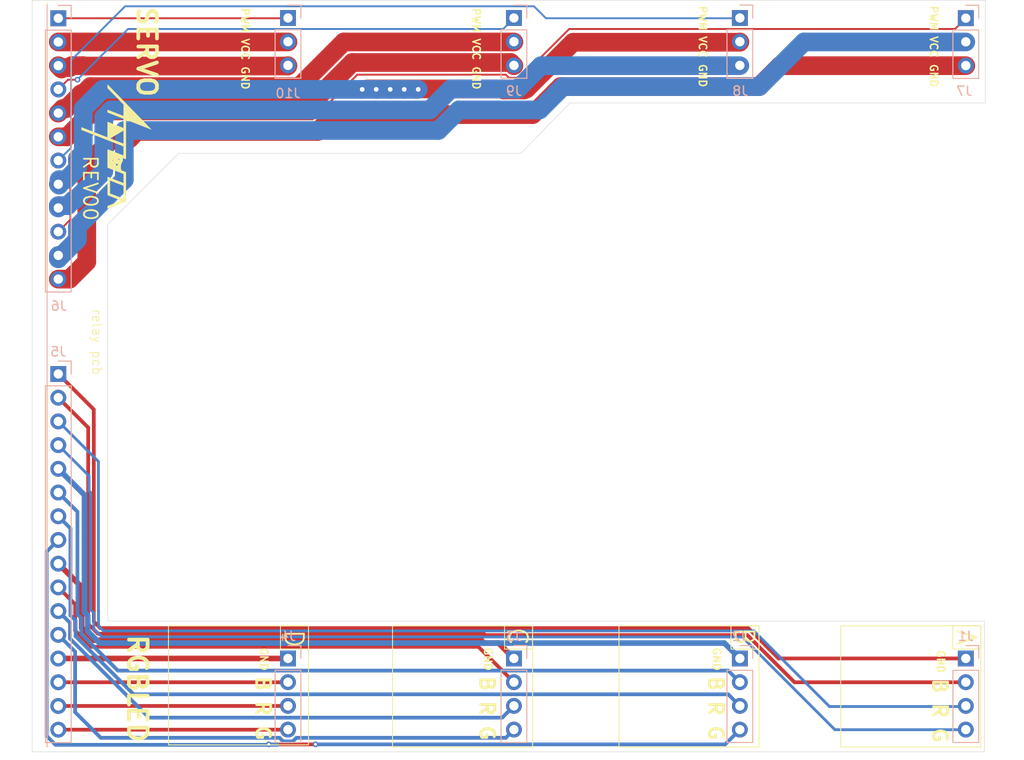
<source format=kicad_pcb>
(kicad_pcb (version 20241229) (generator "pcbnew") (generator_version "9.0")
  (layers (0 "F.Cu" signal) (2 "B.Cu" signal) (13 "F.Paste" user) (15 "B.Paste" user) (5 "F.SilkS" user "F.Silkscreen") (7 "B.SilkS" user "B.Silkscreen") (1 "F.Mask" user) (3 "B.Mask" user) (25 "Edge.Cuts" user))
  (net 0 "")
  (net 1 "Net-(J1-Pin_2)")
  (net 2 "Net-(J1-Pin_4)")
  (net 3 "Net-(J1-Pin_1)")
  (net 4 "Net-(J1-Pin_3)")
  (net 5 "Net-(J2-Pin_4)")
  (net 6 "Net-(J2-Pin_1)")
  (net 7 "Net-(J2-Pin_3)")
  (net 8 "Net-(J2-Pin_2)")
  (net 9 "Net-(J3-Pin_3)")
  (net 10 "Net-(J3-Pin_2)")
  (net 11 "Net-(J3-Pin_1)")
  (net 12 "Net-(J3-Pin_4)")
  (net 13 "Net-(J4-Pin_4)")
  (net 14 "Net-(J4-Pin_3)")
  (net 15 "Net-(J4-Pin_2)")
  (net 16 "Net-(J4-Pin_1)")
  (net 17 "Net-(J6-Pin_7)")
  (net 18 "Net-(J6-Pin_10)")
  (net 19 "Net-(J6-Pin_12)")
  (net 20 "Net-(J6-Pin_8)")
  (net 21 "Net-(J6-Pin_11)")
  (net 22 "Net-(J6-Pin_9)")
  (net 23 "Net-(J10-Pin_3)")
  (net 24 "Net-(J10-Pin_1)")
  (net 25 "Net-(J6-Pin_4)")
  (net 26 "Net-(J6-Pin_5)")
  (net 27 "Net-(J10-Pin_2)")
  (net 28 "Net-(J6-Pin_6)")
  (footprint "specific_footprint_library:aqua_rogo" (layer "F.Cu") (at 72 64 -90)
    (property "Reference" "G***" (hide yes))
    (property "Value" "LOGO" (hide yes))
  )
  (footprint "Connector_PinHeader_2.54mm:PinHeader_1x04_P2.54mm_Vertical" (layer "B.Cu") (at 162.9 119 180)
    (property "Reference" "J1" (at 0 2.38 0) (layer "B.SilkS") (effects (justify mirror)))
    (property "Value" "Conn_01x04_Pin")
    (pad "1" thru_hole rect (at 0 0 180) (size 1.7 1.7) (drill 1) (layers "*.Cu" "*.Mask") (net 3 "Net-(J1-Pin_1)"))
    (pad "2" thru_hole circle (at 0 -2.54 180) (size 1.7 1.7) (drill 1) (layers "*.Cu" "*.Mask") (net 1 "Net-(J1-Pin_2)"))
    (pad "3" thru_hole circle (at 0 -5.08 180) (size 1.7 1.7) (drill 1) (layers "*.Cu" "*.Mask") (net 4 "Net-(J1-Pin_3)"))
    (pad "4" thru_hole circle (at 0 -7.62 180) (size 1.7 1.7) (drill 1) (layers "*.Cu" "*.Mask") (net 2 "Net-(J1-Pin_4)"))
  )
  (footprint "Connector_PinHeader_2.54mm:PinHeader_1x03_P2.54mm_Vertical" (layer "B.Cu") (at 138.7 50.4 180)
    (property "Reference" "J8" (at -0.05 -7.82 0) (layer "B.SilkS") (effects (justify mirror)))
    (property "Value" "Conn_01x03_Pin")
    (pad "1" thru_hole rect (at 0 0 180) (size 1.7 1.7) (drill 1) (layers "*.Cu" "*.Mask") (net 17 "Net-(J6-Pin_7)"))
    (pad "2" thru_hole circle (at 0 -2.54 180) (size 1.7 1.7) (drill 1) (layers "*.Cu" "*.Mask") (net 20 "Net-(J6-Pin_8)"))
    (pad "3" thru_hole circle (at 0 -5.08 180) (size 1.7 1.7) (drill 1) (layers "*.Cu" "*.Mask") (net 22 "Net-(J6-Pin_9)"))
  )
  (footprint "Connector_PinHeader_2.54mm:PinHeader_1x03_P2.54mm_Vertical" (layer "B.Cu") (at 90.3 50.4 180)
    (property "Reference" "J10" (at 0 -8.07 0) (layer "B.SilkS") (effects (justify mirror)))
    (property "Value" "Conn_01x03_Pin")
    (pad "1" thru_hole rect (at 0 0 180) (size 1.7 1.7) (drill 1) (layers "*.Cu" "*.Mask") (net 24 "Net-(J10-Pin_1)"))
    (pad "2" thru_hole circle (at 0 -2.54 180) (size 1.7 1.7) (drill 1) (layers "*.Cu" "*.Mask") (net 27 "Net-(J10-Pin_2)"))
    (pad "3" thru_hole circle (at 0 -5.08 180) (size 1.7 1.7) (drill 1) (layers "*.Cu" "*.Mask") (net 23 "Net-(J10-Pin_3)"))
  )
  (footprint "Connector_PinHeader_2.54mm:PinHeader_1x04_P2.54mm_Vertical" (layer "B.Cu") (at 114.5 119 180)
    (property "Reference" "J3" (at 0 2.38 0) (layer "B.SilkS") (effects (justify mirror)))
    (property "Value" "Conn_01x04_Pin")
    (pad "1" thru_hole rect (at 0 0 180) (size 1.7 1.7) (drill 1) (layers "*.Cu" "*.Mask") (net 11 "Net-(J3-Pin_1)"))
    (pad "2" thru_hole circle (at 0 -2.54 180) (size 1.7 1.7) (drill 1) (layers "*.Cu" "*.Mask") (net 10 "Net-(J3-Pin_2)"))
    (pad "3" thru_hole circle (at 0 -5.08 180) (size 1.7 1.7) (drill 1) (layers "*.Cu" "*.Mask") (net 9 "Net-(J3-Pin_3)"))
    (pad "4" thru_hole circle (at 0 -7.62 180) (size 1.7 1.7) (drill 1) (layers "*.Cu" "*.Mask") (net 12 "Net-(J3-Pin_4)"))
  )
  (footprint "Connector_PinHeader_2.54mm:PinHeader_1x03_P2.54mm_Vertical" (layer "B.Cu") (at 114.5 50.4 180)
    (property "Reference" "J9" (at 0 -7.82 0) (layer "B.SilkS") (effects (justify mirror)))
    (property "Value" "Conn_01x03_Pin")
    (pad "1" thru_hole rect (at 0 0 180) (size 1.7 1.7) (drill 1) (layers "*.Cu" "*.Mask") (net 25 "Net-(J6-Pin_4)"))
    (pad "2" thru_hole circle (at 0 -2.54 180) (size 1.7 1.7) (drill 1) (layers "*.Cu" "*.Mask") (net 26 "Net-(J6-Pin_5)"))
    (pad "3" thru_hole circle (at 0 -5.08 180) (size 1.7 1.7) (drill 1) (layers "*.Cu" "*.Mask") (net 28 "Net-(J6-Pin_6)"))
  )
  (footprint "Connector_PinHeader_2.54mm:PinHeader_1x04_P2.54mm_Vertical" (layer "B.Cu") (at 90.3 119 180)
    (property "Reference" "J4" (at 0 2.38 0) (layer "B.SilkS") (effects (justify mirror)))
    (property "Value" "Conn_01x04_Pin")
    (pad "1" thru_hole rect (at 0 0 180) (size 1.7 1.7) (drill 1) (layers "*.Cu" "*.Mask") (net 16 "Net-(J4-Pin_1)"))
    (pad "2" thru_hole circle (at 0 -2.54 180) (size 1.7 1.7) (drill 1) (layers "*.Cu" "*.Mask") (net 15 "Net-(J4-Pin_2)"))
    (pad "3" thru_hole circle (at 0 -5.08 180) (size 1.7 1.7) (drill 1) (layers "*.Cu" "*.Mask") (net 14 "Net-(J4-Pin_3)"))
    (pad "4" thru_hole circle (at 0 -7.62 180) (size 1.7 1.7) (drill 1) (layers "*.Cu" "*.Mask") (net 13 "Net-(J4-Pin_4)"))
  )
  (footprint "Connector_PinHeader_2.54mm:PinHeader_1x16_P2.54mm_Vertical" (layer "B.Cu") (at 65.7 88.53 180)
    (property "Reference" "J5" (at 0 2.38 0) (layer "B.SilkS") (effects (justify mirror)))
    (property "Value" "Conn_01x16_Pin")
    (pad "1" thru_hole rect (at 0 0 180) (size 1.7 1.7) (drill 1) (layers "*.Cu" "*.Mask") (net 3 "Net-(J1-Pin_1)"))
    (pad "2" thru_hole circle (at 0 -2.54 180) (size 1.7 1.7) (drill 1) (layers "*.Cu" "*.Mask") (net 1 "Net-(J1-Pin_2)"))
    (pad "3" thru_hole circle (at 0 -5.08 180) (size 1.7 1.7) (drill 1) (layers "*.Cu" "*.Mask") (net 4 "Net-(J1-Pin_3)"))
    (pad "4" thru_hole circle (at 0 -7.62 180) (size 1.7 1.7) (drill 1) (layers "*.Cu" "*.Mask") (net 2 "Net-(J1-Pin_4)"))
    (pad "5" thru_hole circle (at 0 -10.16 180) (size 1.7 1.7) (drill 1) (layers "*.Cu" "*.Mask") (net 6 "Net-(J2-Pin_1)"))
    (pad "6" thru_hole circle (at 0 -12.7 180) (size 1.7 1.7) (drill 1) (layers "*.Cu" "*.Mask") (net 8 "Net-(J2-Pin_2)"))
    (pad "7" thru_hole circle (at 0 -15.24 180) (size 1.7 1.7) (drill 1) (layers "*.Cu" "*.Mask") (net 7 "Net-(J2-Pin_3)"))
    (pad "8" thru_hole circle (at 0 -17.78 180) (size 1.7 1.7) (drill 1) (layers "*.Cu" "*.Mask") (net 5 "Net-(J2-Pin_4)"))
    (pad "9" thru_hole circle (at 0 -20.32 180) (size 1.7 1.7) (drill 1) (layers "*.Cu" "*.Mask") (net 11 "Net-(J3-Pin_1)"))
    (pad "10" thru_hole circle (at 0 -22.86 180) (size 1.7 1.7) (drill 1) (layers "*.Cu" "*.Mask") (net 10 "Net-(J3-Pin_2)"))
    (pad "11" thru_hole circle (at 0 -25.4 180) (size 1.7 1.7) (drill 1) (layers "*.Cu" "*.Mask") (net 9 "Net-(J3-Pin_3)"))
    (pad "12" thru_hole circle (at 0 -27.94 180) (size 1.7 1.7) (drill 1) (layers "*.Cu" "*.Mask") (net 12 "Net-(J3-Pin_4)"))
    (pad "13" thru_hole circle (at 0 -30.48 180) (size 1.7 1.7) (drill 1) (layers "*.Cu" "*.Mask") (net 16 "Net-(J4-Pin_1)"))
    (pad "14" thru_hole circle (at 0 -33.02 180) (size 1.7 1.7) (drill 1) (layers "*.Cu" "*.Mask") (net 15 "Net-(J4-Pin_2)"))
    (pad "15" thru_hole circle (at 0 -35.56 180) (size 1.7 1.7) (drill 1) (layers "*.Cu" "*.Mask") (net 14 "Net-(J4-Pin_3)"))
    (pad "16" thru_hole circle (at 0 -38.1 180) (size 1.7 1.7) (drill 1) (layers "*.Cu" "*.Mask") (net 13 "Net-(J4-Pin_4)"))
  )
  (footprint "Connector_PinHeader_2.54mm:PinHeader_1x12_P2.54mm_Vertical" (layer "B.Cu") (at 65.7 50.43 180)
    (property "Reference" "J6" (at -0.05 -30.82 0) (layer "B.SilkS") (effects (justify mirror)))
    (property "Value" "Conn_01x12_Pin")
    (pad "1" thru_hole rect (at 0 0 180) (size 1.7 1.7) (drill 1) (layers "*.Cu" "*.Mask") (net 24 "Net-(J10-Pin_1)"))
    (pad "2" thru_hole circle (at 0 -2.54 180) (size 1.7 1.7) (drill 1) (layers "*.Cu" "*.Mask") (net 27 "Net-(J10-Pin_2)"))
    (pad "3" thru_hole circle (at 0 -5.08 180) (size 1.7 1.7) (drill 1) (layers "*.Cu" "*.Mask") (net 23 "Net-(J10-Pin_3)"))
    (pad "4" thru_hole circle (at 0 -7.62 180) (size 1.7 1.7) (drill 1) (layers "*.Cu" "*.Mask") (net 25 "Net-(J6-Pin_4)"))
    (pad "5" thru_hole circle (at 0 -10.16 180) (size 1.7 1.7) (drill 1) (layers "*.Cu" "*.Mask") (net 26 "Net-(J6-Pin_5)"))
    (pad "6" thru_hole circle (at 0 -12.7 180) (size 1.7 1.7) (drill 1) (layers "*.Cu" "*.Mask") (net 28 "Net-(J6-Pin_6)"))
    (pad "7" thru_hole circle (at 0 -15.24 180) (size 1.7 1.7) (drill 1) (layers "*.Cu" "*.Mask") (net 17 "Net-(J6-Pin_7)"))
    (pad "8" thru_hole circle (at 0 -17.78 180) (size 1.7 1.7) (drill 1) (layers "*.Cu" "*.Mask") (net 20 "Net-(J6-Pin_8)"))
    (pad "9" thru_hole circle (at 0 -20.32 180) (size 1.7 1.7) (drill 1) (layers "*.Cu" "*.Mask") (net 22 "Net-(J6-Pin_9)"))
    (pad "10" thru_hole circle (at 0 -22.86 180) (size 1.7 1.7) (drill 1) (layers "*.Cu" "*.Mask") (net 18 "Net-(J6-Pin_10)"))
    (pad "11" thru_hole circle (at 0 -25.4 180) (size 1.7 1.7) (drill 1) (layers "*.Cu" "*.Mask") (net 21 "Net-(J6-Pin_11)"))
    (pad "12" thru_hole circle (at 0 -27.94 180) (size 1.7 1.7) (drill 1) (layers "*.Cu" "*.Mask") (net 19 "Net-(J6-Pin_12)"))
  )
  (footprint "Connector_PinHeader_2.54mm:PinHeader_1x04_P2.54mm_Vertical" (layer "B.Cu") (at 138.7 119 180)
    (property "Reference" "J2" (at 0 2.38 0) (layer "B.SilkS") (effects (justify mirror)))
    (property "Value" "Conn_01x04_Pin")
    (pad "1" thru_hole rect (at 0 0 180) (size 1.7 1.7) (drill 1) (layers "*.Cu" "*.Mask") (net 6 "Net-(J2-Pin_1)"))
    (pad "2" thru_hole circle (at 0 -2.54 180) (size 1.7 1.7) (drill 1) (layers "*.Cu" "*.Mask") (net 8 "Net-(J2-Pin_2)"))
    (pad "3" thru_hole circle (at 0 -5.08 180) (size 1.7 1.7) (drill 1) (layers "*.Cu" "*.Mask") (net 7 "Net-(J2-Pin_3)"))
    (pad "4" thru_hole circle (at 0 -7.62 180) (size 1.7 1.7) (drill 1) (layers "*.Cu" "*.Mask") (net 5 "Net-(J2-Pin_4)"))
  )
  (footprint "Connector_PinHeader_2.54mm:PinHeader_1x03_P2.54mm_Vertical" (layer "B.Cu") (at 162.9 50.42 180)
    (property "Reference" "J7" (at 0.15 -7.82 180) (layer "B.SilkS") (effects (justify mirror)))
    (property "Value" "Conn_01x03_Pin")
    (pad "1" thru_hole rect (at 0 0 180) (size 1.7 1.7) (drill 1) (layers "*.Cu" "*.Mask") (net 18 "Net-(J6-Pin_10)"))
    (pad "2" thru_hole circle (at 0 -2.54 180) (size 1.7 1.7) (drill 1) (layers "*.Cu" "*.Mask") (net 21 "Net-(J6-Pin_11)"))
    (pad "3" thru_hole circle (at 0 -5.08 180) (size 1.7 1.7) (drill 1) (layers "*.Cu" "*.Mask") (net 19 "Net-(J6-Pin_12)"))
  )
  (gr_rect (start 161.5 115.5) (end 164.5 118) (stroke (width 0.1)) (fill no) (layer "F.SilkS"))
  (gr_rect (start 101.5 115.5) (end 116.5 128.5) (stroke (width 0.1)) (fill no) (layer "F.SilkS"))
  (gr_line (start 64.5 128.5) (end 64.5 48.75) (stroke (width 0.1)) (layer "F.SilkS"))
  (gr_rect (start 89.5 115.5) (end 92.5 118) (stroke (width 0.1)) (fill no) (layer "F.SilkS"))
  (gr_rect (start 149.5 115.5) (end 164.5 128.5) (stroke (width 0.1)) (fill no) (layer "F.SilkS"))
  (gr_rect (start 137.75 115.5) (end 140.75 118) (stroke (width 0.1)) (fill no) (layer "F.SilkS"))
  (gr_rect (start 125.75 115.5) (end 140.75 128.5) (stroke (width 0.1)) (fill no) (layer "F.SilkS"))
  (gr_rect (start 113.5 115.5) (end 116.5 118) (stroke (width 0.1)) (fill no) (layer "F.SilkS"))
  (gr_rect (start 77.5 115.5) (end 92.5 128.25) (stroke (width 0.1)) (fill no) (layer "F.SilkS"))
  (gr_line (start 64.5 49) (end 64.5 128.5) (stroke (width 0.1)) (layer "B.SilkS"))
  (gr_line (start 62.9 48.5) (end 165 48.5) (stroke (width 0.05)) (layer "Edge.Cuts"))
  (gr_line (start 71 115) (end 71 72.5) (stroke (width 0.05)) (layer "Edge.Cuts"))
  (gr_line (start 164.9 115) (end 71 115) (stroke (width 0.05)) (layer "Edge.Cuts"))
  (gr_line (start 165 48.5) (end 165 59.5) (stroke (width 0.05)) (layer "Edge.Cuts"))
  (gr_line (start 164.9 129) (end 62.9 129) (stroke (width 0.05)) (layer "Edge.Cuts"))
  (gr_line (start 120.5 59.5) (end 165 59.5) (stroke (width 0.05)) (layer "Edge.Cuts"))
  (gr_line (start 62.9 129) (end 62.9 48.5) (stroke (width 0.05)) (layer "Edge.Cuts"))
  (gr_line (start 71 72.5) (end 78.6 64.9) (stroke (width 0.05)) (layer "Edge.Cuts"))
  (gr_line (start 78.6 64.9) (end 115.25 64.9) (stroke (width 0.05)) (layer "Edge.Cuts"))
  (gr_line (start 164.9 129) (end 164.9 115) (stroke (width 0.05)) (layer "Edge.Cuts"))
  (gr_line (start 115.25 64.9) (end 120.5 59.5) (stroke (width 0.05)) (layer "Edge.Cuts"))
  (gr_text "B R G" (at 135.25 120.75 270) (layer "F.SilkS") (effects (font (size 1.5 1.5) (thickness 0.3) (bold yes)) (justify left bottom)))
  (gr_text "VCC" (at 134.25 52.25 270) (layer "F.SilkS") (effects (font (size 0.8 0.8) (thickness 0.16) (bold yes)) (justify left bottom)))
  (gr_text "GND" (at 159.75 118 270) (layer "F.SilkS") (effects (font (size 0.8 0.8) (thickness 0.16) (bold yes)) (justify left bottom)))
  (gr_text "GND" (at 111.25 117.75 270) (layer "F.SilkS") (effects (font (size 0.8 0.8) (thickness 0.16) (bold yes)) (justify left bottom)))
  (gr_text "D" (at 89.75 115.75 270) (layer "F.SilkS") (effects (font (size 2 2) (thickness 0.2) (bold yes)) (justify left bottom)))
  (gr_text "REV00" (at 68.25 65 270) (layer "F.SilkS") (effects (font (size 1.5 1.5) (thickness 0.1875)) (justify left bottom)))
  (gr_text "GND" (at 110 55.5 270) (layer "F.SilkS") (effects (font (size 0.8 0.8) (thickness 0.16) (bold yes)) (justify left bottom)))
  (gr_text "B R G" (at 110.75 120.75 270) (layer "F.SilkS") (effects (font (size 1.5 1.5) (thickness 0.3) (bold yes)) (justify left bottom)))
  (gr_text "VCC" (at 85.25 52.5 270) (layer "F.SilkS") (effects (font (size 0.8 0.8) (thickness 0.16) (bold yes)) (justify left bottom)))
  (gr_text "C" (at 113.75 115.5 270) (layer "F.SilkS") (effects (font (size 2 2) (thickness 0.2) (bold yes)) (justify left bottom)))
  (gr_text "PWM" (at 159 49 270) (layer "F.SilkS") (effects (font (size 0.8 0.8) (thickness 0.16) (bold yes)) (justify left bottom)))
  (gr_text "GND" (at 134.25 55.25 270) (layer "F.SilkS") (effects (font (size 0.8 0.8) (thickness 0.16) (bold yes)) (justify left bottom)))
  (gr_text "GND" (at 135.75 117.75 270) (layer "F.SilkS") (effects (font (size 0.8 0.8) (thickness 0.16) (bold yes)) (justify left bottom)))
  (gr_text "RGBLED" (at 73 116.25 270) (layer "F.SilkS") (effects (font (size 2 2) (thickness 0.4) (bold yes)) (justify left bottom)))
  (gr_text "SERVO" (at 74 49 270) (layer "F.SilkS") (effects (font (size 2 2) (thickness 0.4) (bold yes)) (justify left bottom)))
  (gr_text "PWM" (at 134.25 49 270) (layer "F.SilkS") (effects (font (size 0.8 0.8) (thickness 0.16) (bold yes)) (justify left bottom)))
  (gr_text "B R G" (at 86.75 120.75 270) (layer "F.SilkS") (effects (font (size 1.5 1.5) (thickness 0.3) (bold yes)) (justify left bottom)))
  (gr_text "GND" (at 87.25 117.75 270) (layer "F.SilkS") (effects (font (size 0.8 0.8) (thickness 0.16) (bold yes)) (justify left bottom)))
  (gr_text "PWM" (at 110 49.25 270) (layer "F.SilkS") (effects (font (size 0.8 0.8) (thickness 0.16) (bold yes)) (justify left bottom)))
  (gr_text "VCC" (at 159 52.25 270) (layer "F.SilkS") (effects (font (size 0.8 0.8) (thickness 0.16) (bold yes)) (justify left bottom)))
  (gr_text "B" (at 138 115.5 270) (layer "F.SilkS") (effects (font (size 2 2) (thickness 0.2) (bold yes)) (justify left bottom)))
  (gr_text "PWM" (at 85.25 49.25 270) (layer "F.SilkS") (effects (font (size 0.8 0.8) (thickness 0.16) (bold yes)) (justify left bottom)))
  (gr_text "A" (at 161.75 115.75 270) (layer "F.SilkS") (effects (font (size 2 2) (thickness 0.2) (bold yes)) (justify left bottom)))
  (gr_text "VCC" (at 110 52.5 270) (layer "F.SilkS") (effects (font (size 0.8 0.8) (thickness 0.16) (bold yes)) (justify left bottom)))
  (gr_text "GND" (at 159 55.25 270) (layer "F.SilkS") (effects (font (size 0.8 0.8) (thickness 0.16) (bold yes)) (justify left bottom)))
  (gr_text "B R G" (at 159.25 121 270) (layer "F.SilkS") (effects (font (size 1.5 1.5) (thickness 0.3) (bold yes)) (justify left bottom)))
  (gr_text "GND" (at 85.25 55.5 270) (layer "F.SilkS") (effects (font (size 0.8 0.8) (thickness 0.16) (bold yes)) (justify left bottom)))
  (gr_text "relay pcb" (at 69.25 81.5 270) (layer "F.SilkS") (effects (font (size 1 1) (thickness 0.1)) (justify left bottom)))
  (segment (start 68.902 94.272) (end 65.7 91.07) (width 0.4) (layer "F.Cu") (net 1))
  (segment (start 68.902 115.302) (end 68.902 94.272) (width 0.4) (layer "F.Cu") (net 1))
  (segment (start 111.432728 116.5) (end 111.280728 116.348) (width 0.4) (layer "F.Cu") (net 1))
  (segment (start 162.9 121.55) (end 144.55 121.55) (width 0.4) (layer "F.Cu") (net 1))
  (segment (start 69.948 116.348) (end 68.902 115.302) (width 0.4) (layer "F.Cu") (net 1))
  (segment (start 139.5 116.5) (end 111.432728 116.5) (width 0.4) (layer "F.Cu") (net 1))
  (segment (start 111.280728 116.348) (end 69.948 116.348) (width 0.4) (layer "F.Cu") (net 1))
  (segment (start 144.55 121.55) (end 139.5 116.5) (width 0.4) (layer "F.Cu") (net 1))
  (segment (start 69.151 113.769099) (end 69.151 101.220346) (width 0.3) (layer "B.Cu") (net 2))
  (segment (start 70.390844 116.699) (end 69.505 115.813156) (width 0.3) (layer "B.Cu") (net 2))
  (segment (start 69 101.069346) (end 69 99.45) (width 0.3) (layer "B.Cu") (net 2))
  (segment (start 138.949 116.699) (end 70.390844 116.699) (width 0.3) (layer "B.Cu") (net 2))
  (segment (start 69 99.45) (end 65.7 96.15) (width 0.3) (layer "B.Cu") (net 2))
  (segment (start 69.505 114.123098) (end 69.151 113.769099) (width 0.3) (layer "B.Cu") (net 2))
  (segment (start 69.505 115.813156) (end 69.505 114.123098) (width 0.3) (layer "B.Cu") (net 2))
  (segment (start 162.9 126.63) (end 148.88 126.63) (width 0.3) (layer "B.Cu") (net 2))
  (segment (start 148.88 126.63) (end 138.949 116.699) (width 0.3) (layer "B.Cu") (net 2))
  (segment (start 69.151 101.220346) (end 69 101.069346) (width 0.3) (layer "B.Cu") (net 2))
  (segment (start 142.849942 119) (end 162.89 119) (width 0.4) (layer "F.Cu") (net 3))
  (segment (start 139.596942 115.747) (end 142.849942 119) (width 0.4) (layer "F.Cu") (net 3))
  (segment (start 162.89 119) (end 162.9 119.01) (width 0.4) (layer "F.Cu") (net 3))
  (segment (start 69.5 92.33) (end 69.5 94.020058) (width 0.4) (layer "F.Cu") (net 3))
  (segment (start 65.7 88.53) (end 69.5 92.33) (width 0.4) (layer "F.Cu") (net 3))
  (segment (start 69.503 94.023058) (end 69.503 115.053058) (width 0.4) (layer "F.Cu") (net 3))
  (segment (start 69.503 115.053058) (end 70.196942 115.747) (width 0.4) (layer "F.Cu") (net 3))
  (segment (start 69.5 94.020058) (end 69.503 94.023058) (width 0.4) (layer "F.Cu") (net 3))
  (segment (start 70.196942 115.747) (end 139.596942 115.747) (width 0.4) (layer "F.Cu") (net 3))
  (segment (start 162.9 124.09) (end 162.84 124.15) (width 0.3) (layer "B.Cu") (net 4))
  (segment (start 70 97.91) (end 65.7 93.61) (width 0.3) (layer "B.Cu") (net 4))
  (segment (start 70.006 113.915576) (end 70 113.909577) (width 0.3) (layer "B.Cu") (net 4))
  (segment (start 70.549 116.049) (end 70.006 115.506) (width 0.3) (layer "B.Cu") (net 4))
  (segment (start 148.3 124.15) (end 140.199 116.049) (width 0.3) (layer "B.Cu") (net 4))
  (segment (start 162.84 124.15) (end 148.3 124.15) (width 0.3) (layer "B.Cu") (net 4))
  (segment (start 140.199 116.049) (end 70.549 116.049) (width 0.3) (layer "B.Cu") (net 4))
  (segment (start 70 113.909577) (end 70 97.91) (width 0.3) (layer "B.Cu") (net 4))
  (segment (start 70.006 115.506) (end 70.006 113.915576) (width 0.3) (layer "B.Cu") (net 4))
  (segment (start 91.999999 128.200001) (end 88.250001 128.200001) (width 0.4) (layer "F.Cu") (net 5))
  (segment (start 88.250001 128.200001) (end 88.25 128.2) (width 0.4) (layer "F.Cu") (net 5))
  (segment (start 92 128.2) (end 91.999999 128.200001) (width 0.4) (layer "F.Cu") (net 5))
  (segment (start 93.25 128.2) (end 92 128.2) (width 0.4) (layer "F.Cu") (net 5))
  (via (at 88.25 128.2) (size 0.6) (drill 0.3) (layers "F.Cu" "B.Cu") (net 5))
  (via (at 93.25 128.2) (size 0.6) (drill 0.3) (layers "F.Cu" "B.Cu") (net 5))
  (segment (start 64.449 127.299) (end 64.449 107.561) (width 0.4) (layer "B.Cu") (net 5))
  (segment (start 88.25 128.2) (end 89.110868 128.2) (width 0.4) (layer "B.Cu") (net 5))
  (segment (start 89.160868 128.25) (end 65.4 128.25) (width 0.4) (layer "B.Cu") (net 5))
  (segment (start 64.449 107.561) (end 65.7 106.31) (width 0.4) (layer "B.Cu") (net 5))
  (segment (start 93.25 128.2) (end 137.13 128.2) (width 0.4) (layer "B.Cu") (net 5))
  (segment (start 89.110868 128.2) (end 89.160868 128.25) (width 0.4) (layer "B.Cu") (net 5))
  (segment (start 65.4 128.25) (end 64.449 127.299) (width 0.4) (layer "B.Cu") (net 5))
  (segment (start 137.13 128.2) (end 138.7 126.63) (width 0.4) (layer "B.Cu") (net 5))
  (segment (start 68.5 114.038752) (end 68.5 101.49) (width 0.6) (layer "B.Cu") (net 6))
  (segment (start 68.854 116.08281) (end 68.854 114.392752) (width 0.6) (layer "B.Cu") (net 6))
  (segment (start 138.7 119.01) (end 137.04 117.35) (width 0.6) (layer "B.Cu") (net 6))
  (segment (start 137.04 117.35) (end 70.12119 117.35) (width 0.6) (layer "B.Cu") (net 6))
  (segment (start 70.12119 117.35) (end 68.854 116.08281) (width 0.6) (layer "B.Cu") (net 6))
  (segment (start 68.854 114.392752) (end 68.5 114.038752) (width 0.6) (layer "B.Cu") (net 6))
  (segment (start 68.5 101.49) (end 65.7 98.69) (width 0.6) (layer "B.Cu") (net 6))
  (segment (start 67.552 114.932058) (end 67.552 116.622116) (width 0.4) (layer "B.Cu") (net 7))
  (segment (start 67.552 116.622116) (end 73.768884 122.839) (width 0.4) (layer "B.Cu") (net 7))
  (segment (start 65.7 103.77) (end 67 105.07) (width 0.4) (layer "B.Cu") (net 7))
  (segment (start 137.449 122.839) (end 138.7 124.09) (width 0.4) (layer "B.Cu") (net 7))
  (segment (start 73.768884 122.839) (end 137.449 122.839) (width 0.4) (layer "B.Cu") (net 7))
  (segment (start 67 105.07) (end 67 114.380058) (width 0.4) (layer "B.Cu") (net 7))
  (segment (start 67 114.380058) (end 67.552 114.932058) (width 0.4) (layer "B.Cu") (net 7))
  (segment (start 68.153 114.683116) (end 67.75 114.280116) (width 0.4) (layer "B.Cu") (net 8))
  (segment (start 67.75 103.28) (end 65.7 101.23) (width 0.4) (layer "B.Cu") (net 8))
  (segment (start 137.449 120.299) (end 72.078826 120.299) (width 0.4) (layer "B.Cu") (net 8))
  (segment (start 138.7 121.55) (end 137.449 120.299) (width 0.4) (layer "B.Cu") (net 8))
  (segment (start 67.75 114.280116) (end 67.75 103.28) (width 0.4) (layer "B.Cu") (net 8))
  (segment (start 68.153 116.373174) (end 68.153 114.683116) (width 0.4) (layer "B.Cu") (net 8))
  (segment (start 72.078826 120.299) (end 68.153 116.373174) (width 0.4) (layer "B.Cu") (net 8))
  (segment (start 65.7 114.55) (end 65.7 113.93) (width 0.4) (layer "F.Cu") (net 9))
  (segment (start 113.249 125.341) (end 75.420942 125.341) (width 0.4) (layer "B.Cu") (net 9))
  (segment (start 114.5 124.09) (end 113.249 125.341) (width 0.4) (layer "B.Cu") (net 9))
  (segment (start 66.951 116.871058) (end 66.951 115.181) (width 0.4) (layer "B.Cu") (net 9))
  (segment (start 66.951 115.181) (end 65.7 113.93) (width 0.4) (layer "B.Cu") (net 9))
  (segment (start 75.420942 125.341) (end 66.951 116.871058) (width 0.4) (layer "B.Cu") (net 9))
  (segment (start 65.84 111.39) (end 65.7 111.39) (width 0.6) (layer "F.Cu") (net 10))
  (segment (start 110.7 117.75) (end 69.25 117.75) (width 0.4) (layer "F.Cu") (net 10))
  (segment (start 114.5 121.55) (end 110.7 117.75) (width 0.4) (layer "F.Cu") (net 10))
  (segment (start 67.5 116) (end 67.5 113.19) (width 0.4) (layer "F.Cu") (net 10))
  (segment (start 67.5 113.19) (end 65.7 111.39) (width 0.4) (layer "F.Cu") (net 10))
  (segment (start 65.7 111.7) (end 65.7 111.39) (width 0.4) (layer "F.Cu") (net 10))
  (segment (start 69.25 117.75) (end 67.5 116) (width 0.4) (layer "F.Cu") (net 10))
  (segment (start 114.5 119) (end 112.85 117.35) (width 0.6) (layer "F.Cu") (net 11))
  (segment (start 114.5 119.01) (end 114.5 119) (width 0.6) (layer "F.Cu") (net 11))
  (segment (start 68.201 111.351) (end 65.7 108.85) (width 0.6) (layer "F.Cu") (net 11))
  (segment (start 110.990364 117.049) (end 69.540364 117.049) (width 0.6) (layer "F.Cu") (net 11))
  (segment (start 68.201 115.709636) (end 68.201 111.351) (width 0.6) (layer "F.Cu") (net 11))
  (segment (start 69.540364 117.049) (end 68.201 115.709636) (width 0.6) (layer "F.Cu") (net 11))
  (segment (start 111.291364 117.35) (end 110.990364 117.049) (width 0.6) (layer "F.Cu") (net 11))
  (segment (start 112.85 117.35) (end 111.291364 117.35) (width 0.6) (layer "F.Cu") (net 11))
  (segment (start 89.781818 127.881) (end 89.400818 127.5) (width 0.4) (layer "B.Cu") (net 12))
  (segment (start 90.818182 127.881) (end 89.781818 127.881) (width 0.4) (layer "B.Cu") (net 12))
  (segment (start 89.400818 127.5) (end 70.25 127.5) (width 0.4) (layer "B.Cu") (net 12))
  (segment (start 113.63 127.5) (end 91.199182 127.5) (width 0.4) (layer "B.Cu") (net 12))
  (segment (start 91.199182 127.5) (end 90.818182 127.881) (width 0.4) (layer "B.Cu") (net 12))
  (segment (start 67.5 118.27) (end 65.7 116.47) (width 0.4) (layer "B.Cu") (net 12))
  (segment (start 70.25 127.5) (end 67.5 124.75) (width 0.4) (layer "B.Cu") (net 12))
  (segment (start 67.5 124.75) (end 67.5 118.27) (width 0.4) (layer "B.Cu") (net 12))
  (segment (start 114.5 126.63) (end 113.63 127.5) (width 0.4) (layer "B.Cu") (net 12))
  (segment (start 90.3 126.63) (end 65.7 126.63) (width 0.4) (layer "F.Cu") (net 13))
  (segment (start 90.3 124.09) (end 65.7 124.09) (width 0.4) (layer "F.Cu") (net 14))
  (segment (start 90.3 121.55) (end 65.7 121.55) (width 0.4) (layer "F.Cu") (net 15))
  (segment (start 65.71 119) (end 65.7 119.01) (width 0.6) (layer "F.Cu") (net 16))
  (segment (start 90.3 119.01) (end 90.29 119) (width 0.6) (layer "F.Cu") (net 16))
  (segment (start 90.29 119) (end 65.71 119) (width 0.6) (layer "F.Cu") (net 16))
  (segment (start 67.07 64.3) (end 65.7 65.67) (width 0.2) (layer "B.Cu") (net 17))
  (segment (start 138.7 50.43) (end 117.93 50.43) (width 0.2) (layer "B.Cu") (net 17))
  (segment (start 72.849 49.151) (end 67.07 54.93) (width 0.2) (layer "B.Cu") (net 17))
  (segment (start 117.93 50.43) (end 116.651 49.151) (width 0.2) (layer "B.Cu") (net 17))
  (segment (start 116.651 49.151) (end 72.849 49.151) (width 0.2) (layer "B.Cu") (net 17))
  (segment (start 67.07 54.93) (end 67.07 64.3) (width 0.2) (layer "B.Cu") (net 17))
  (segment (start 67 71.99) (end 67 65.25) (width 0.2) (layer "F.Cu") (net 18))
  (segment (start 115.750001 56.25) (end 120.419001 51.581) (width 0.2) (layer "F.Cu") (net 18))
  (segment (start 115.599892 56.25) (end 115.750001 56.25) (width 0.2) (layer "F.Cu") (net 18))
  (segment (start 65.7 73.29) (end 67 71.99) (width 0.2) (layer "F.Cu") (net 18))
  (segment (start 113.622108 56.472) (end 113.961108 56.811) (width 0.2) (layer "F.Cu") (net 18))
  (segment (start 115.038892 56.811) (end 115.599892 56.25) (width 0.2) (layer "F.Cu") (net 18))
  (segment (start 70.998 61.252) (end 92.950576 61.252) (width 0.2) (layer "F.Cu") (net 18))
  (segment (start 97.730576 56.472) (end 113.622108 56.472) (width 0.2) (layer "F.Cu") (net 18))
  (segment (start 113.961108 56.811) (end 115.038892 56.811) (width 0.2) (layer "F.Cu") (net 18))
  (segment (start 120.419001 51.581) (end 161.749 51.581) (width 0.2) (layer "F.Cu") (net 18))
  (segment (start 67 65.25) (end 70.998 61.252) (width 0.2) (layer "F.Cu") (net 18))
  (segment (start 161.749 51.581) (end 162.9 50.43) (width 0.2) (layer "F.Cu") (net 18))
  (segment (start 92.950576 61.252) (end 97.730576 56.472) (width 0.2) (layer "F.Cu") (net 18))
  (segment (start 116.5 60.75) (end 95.292468 60.75) (width 2) (layer "F.Cu") (net 19))
  (segment (start 93.489468 62.553) (end 74.122203 62.553) (width 2) (layer "F.Cu") (net 19))
  (segment (start 73.361203 63.314) (end 71.525892 63.314) (width 2) (layer "F.Cu") (net 19))
  (segment (start 119.5 57.75) (end 116.5 60.75) (width 2) (layer "F.Cu") (net 19))
  (segment (start 142.99 55.51) (end 140.75 57.75) (width 2) (layer "F.Cu") (net 19))
  (segment (start 162.9 55.51) (end 142.99 55.51) (width 2) (layer "F.Cu") (net 19))
  (segment (start 140.75 57.75) (end 119.5 57.75) (width 2) (layer "F.Cu") (net 19))
  (segment (start 68.75 76.522081) (end 66.902081 78.37) (width 2) (layer "F.Cu") (net 19))
  (segment (start 66.902081 78.37) (end 65.7 78.37) (width 2) (layer "F.Cu") (net 19))
  (segment (start 95.292468 60.75) (end 93.489468 62.553) (width 2) (layer "F.Cu") (net 19))
  (segment (start 71.525892 63.314) (end 68.75 66.089892) (width 2) (layer "F.Cu") (net 19))
  (segment (start 74.122203 62.553) (end 73.361203 63.314) (width 2) (layer "F.Cu") (net 19))
  (segment (start 68.75 66.089892) (end 68.75 76.522081) (width 2) (layer "F.Cu") (net 19))
  (segment (start 113.422216 58.112) (end 113.310216 58) (width 2) (layer "F.Cu") (net 20))
  (segment (start 115.839893 58) (end 115.689784 58) (width 2) (layer "F.Cu") (net 20))
  (segment (start 115.577784 58.112) (end 113.422216 58.112) (width 2) (layer "F.Cu") (net 20))
  (segment (start 120.839893 53) (end 115.839893 58) (width 2) (layer "F.Cu") (net 20))
  (segment (start 115.689784 58) (end 115.577784 58.112) (width 2) (layer "F.Cu") (net 20))
  (segment (start 138.67 53) (end 120.839893 53) (width 2) (layer "F.Cu") (net 20))
  (segment (start 138.7 52.97) (end 138.67 53) (width 2) (layer "F.Cu") (net 20))
  (segment (start 113.310216 58) (end 98.75 58) (width 2) (layer "F.Cu") (net 20))
  (via (at 102.75 58.049) (size 1) (drill 0.5) (layers "F.Cu" "B.Cu") (net 20))
  (via (at 98.25 58.049) (size 1) (drill 0.5) (layers "F.Cu" "B.Cu") (net 20))
  (via (at 99.75 58.049) (size 1) (drill 0.5) (layers "F.Cu" "B.Cu") (net 20))
  (via (at 104.25 58.049) (size 1) (drill 0.5) (layers "F.Cu" "B.Cu") (net 20))
  (via (at 101.25 58.049) (size 1) (drill 0.5) (layers "F.Cu" "B.Cu") (net 20))
  (segment (start 99.75 58.049) (end 98.25 58.049) (width 2) (layer "B.Cu") (net 20))
  (segment (start 104 58.049) (end 102.75 58.049) (width 2) (layer "B.Cu") (net 20))
  (segment (start 68.371 64.838892) (end 67.751 65.458892) (width 2) (layer "B.Cu") (net 20))
  (segment (start 101.25 58.049) (end 99.75 58.049) (width 2) (layer "B.Cu") (net 20))
  (segment (start 68.371 60.129) (end 68.371 64.838892) (width 2) (layer "B.Cu") (net 20))
  (segment (start 67.751 66.519553) (end 66.549553 67.721) (width 2) (layer "B.Cu") (net 20))
  (segment (start 102.75 58.049) (end 101.25 58.049) (width 2) (layer "B.Cu") (net 20))
  (segment (start 104.25 58.049) (end 104 58.049) (width 2) (layer "B.Cu") (net 20))
  (segment (start 65.79 68.3) (end 65.7 68.21) (width 2) (layer "B.Cu") (net 20))
  (segment (start 98.25 58.049) (end 70.451 58.049) (width 2) (layer "B.Cu") (net 20))
  (segment (start 70.451 58.049) (end 68.371 60.129) (width 2) (layer "B.Cu") (net 20))
  (segment (start 66.549553 67.721) (end 65.79 67.721) (width 2) (layer "B.Cu") (net 20))
  (segment (start 65.79 67.721) (end 65.79 68.3) (width 2) (layer "B.Cu") (net 20))
  (segment (start 67.751 65.458892) (end 67.751 66.519553) (width 2) (layer "B.Cu") (net 20))
  (segment (start 67.751 72.744921) (end 67.751 74.139553) (width 2) (layer "B.Cu") (net 21))
  (segment (start 162.9 52.97) (end 145.569892 52.97) (width 2) (layer "B.Cu") (net 21))
  (segment (start 65.7 76.190553) (end 65.7 75.83) (width 2) (layer "B.Cu") (net 21))
  (segment (start 72.773 62.451) (end 72.773 67.722921) (width 2) (layer "B.Cu") (net 21))
  (segment (start 72.773 67.722921) (end 67.751 72.744921) (width 2) (layer "B.Cu") (net 21))
  (segment (start 140.789892 57.75) (end 119.75 57.75) (width 2) (layer "B.Cu") (net 21))
  (segment (start 108.612684 60.25) (end 106.411684 62.451) (width 2) (layer "B.Cu") (net 21))
  (segment (start 67.751 74.139553) (end 65.7 76.190553) (width 2) (layer "B.Cu") (net 21))
  (segment (start 106.411684 62.451) (end 72.773 62.451) (width 2) (layer "B.Cu") (net 21))
  (segment (start 117.25 60.25) (end 108.612684 60.25) (width 2) (layer "B.Cu") (net 21))
  (segment (start 145.569892 52.97) (end 140.789892 57.75) (width 2) (layer "B.Cu") (net 21))
  (segment (start 119.75 57.75) (end 117.25 60.25) (width 2) (layer "B.Cu") (net 21))
  (segment (start 67.280684 69.922) (end 66.701684 70.501) (width 2) (layer "B.Cu") (net 22))
  (segment (start 138.7 55.51) (end 117.400553 55.51) (width 2) (layer "B.Cu") (net 22))
  (segment (start 105.5 60.25) (end 71.362684 60.25) (width 2) (layer "B.Cu") (net 22))
  (segment (start 117.400553 55.51) (end 114.910553 58) (width 2) (layer "B.Cu") (net 22))
  (segment (start 107.75 58) (end 105.5 60.25) (width 2) (layer "B.Cu") (net 22))
  (segment (start 114.910553 58) (end 107.75 58) (width 2) (layer "B.Cu") (net 22))
  (segment (start 67.461237 69.922) (end 67.280684 69.922) (width 2) (layer "B.Cu") (net 22))
  (segment (start 65.7 70.501) (end 65.7 70.75) (width 2) (layer "B.Cu") (net 22))
  (segment (start 71.362684 60.25) (end 70.572 61.040684) (width 2) (layer "B.Cu") (net 22))
  (segment (start 70.572 61.040684) (end 70.572 66.811237) (width 2) (layer "B.Cu") (net 22))
  (segment (start 66.701684 70.501) (end 65.7 70.501) (width 2) (layer "B.Cu") (net 22))
  (segment (start 70.572 66.811237) (end 67.461237 69.922) (width 2) (layer "B.Cu") (net 22))
  (segment (start 68.371735 55.509) (end 67.128265 55.509) (width 2) (layer "F.Cu") (net 23))
  (segment (start 66.928265 55.709) (end 66.201108 55.709) (width 2) (layer "F.Cu") (net 23))
  (segment (start 66.050054 55.860054) (end 65.7 55.51) (width 2) (layer "F.Cu") (net 23))
  (segment (start 67.128265 55.509) (end 66.928265 55.709) (width 2) (layer "F.Cu") (net 23))
  (segment (start 68.411735 55.549) (end 68.371735 55.509) (width 2) (layer "F.Cu") (net 23))
  (segment (start 66.201108 55.709) (end 66.050054 55.860054) (width 2) (layer "F.Cu") (net 23))
  (segment (start 90.261 55.549) (end 68.411735 55.549) (width 2) (layer "F.Cu") (net 23))
  (segment (start 90.3 55.51) (end 90.261 55.549) (width 2) (layer "F.Cu") (net 23))
  (segment (start 90.3 50.43) (end 65.7 50.43) (width 0.2) (layer "F.Cu") (net 24))
  (segment (start 66.74 57.01) (end 65.7 58.05) (width 0.2) (layer "F.Cu") (net 25))
  (segment (start 67.75 57.01) (end 66.74 57.01) (width 0.2) (layer "F.Cu") (net 25))
  (via (at 67.75 57.01) (size 0.6) (drill 0.3) (layers "F.Cu" "B.Cu") (net 25))
  (segment (start 67.75 57.01) (end 67.75 57) (width 0.2) (layer "B.Cu") (net 25))
  (segment (start 73.169 51.581) (end 113.349 51.581) (width 0.2) (layer "B.Cu") (net 25))
  (segment (start 67.75 57) (end 73.169 51.581) (width 0.2) (layer "B.Cu") (net 25))
  (segment (start 113.349 51.581) (end 114.5 50.43) (width 0.2) (layer "B.Cu") (net 25))
  (segment (start 66.189 60.101) (end 65.7 60.59) (width 2) (layer "F.Cu") (net 26))
  (segment (start 68.371735 58.511) (end 68.139553 58.511) (width 2) (layer "F.Cu") (net 26))
  (segment (start 66.549553 60.101) (end 66.189 60.101) (width 2) (layer "F.Cu") (net 26))
  (segment (start 69.132735 57.75) (end 68.371735 58.511) (width 2) (layer "F.Cu") (net 26))
  (segment (start 91.5 57.75) (end 69.132735 57.75) (width 2) (layer "F.Cu") (net 26))
  (segment (start 114.5 52.97) (end 96.28 52.97) (width 2) (layer "F.Cu") (net 26))
  (segment (start 68.139553 58.511) (end 66.549553 60.101) (width 2) (layer "F.Cu") (net 26))
  (segment (start 96.28 52.97) (end 91.5 57.75) (width 2) (layer "F.Cu") (net 26))
  (segment (start 90.3 52.97) (end 65.7 52.97) (width 2) (layer "F.Cu") (net 27))
  (segment (start 65.7 63.13) (end 66.633237 63.13) (width 2) (layer "F.Cu") (net 28))
  (segment (start 69.283419 60.712) (end 70.044419 59.951) (width 2) (layer "F.Cu") (net 28))
  (segment (start 114.161 55.171) (end 114.5 55.51) (width 2) (layer "F.Cu") (net 28))
  (segment (start 69.051237 60.712) (end 69.283419 60.712) (width 2) (layer "F.Cu") (net 28))
  (segment (start 97.191684 55.171) (end 114.161 55.171) (width 2) (layer "F.Cu") (net 28))
  (segment (start 70.044419 59.951) (end 92.411684 59.951) (width 2) (layer "F.Cu") (net 28))
  (segment (start 92.411684 59.951) (end 97.191684 55.171) (width 2) (layer "F.Cu") (net 28))
  (segment (start 66.633237 63.13) (end 69.051237 60.712) (width 2) (layer "F.Cu") (net 28))
)
</source>
